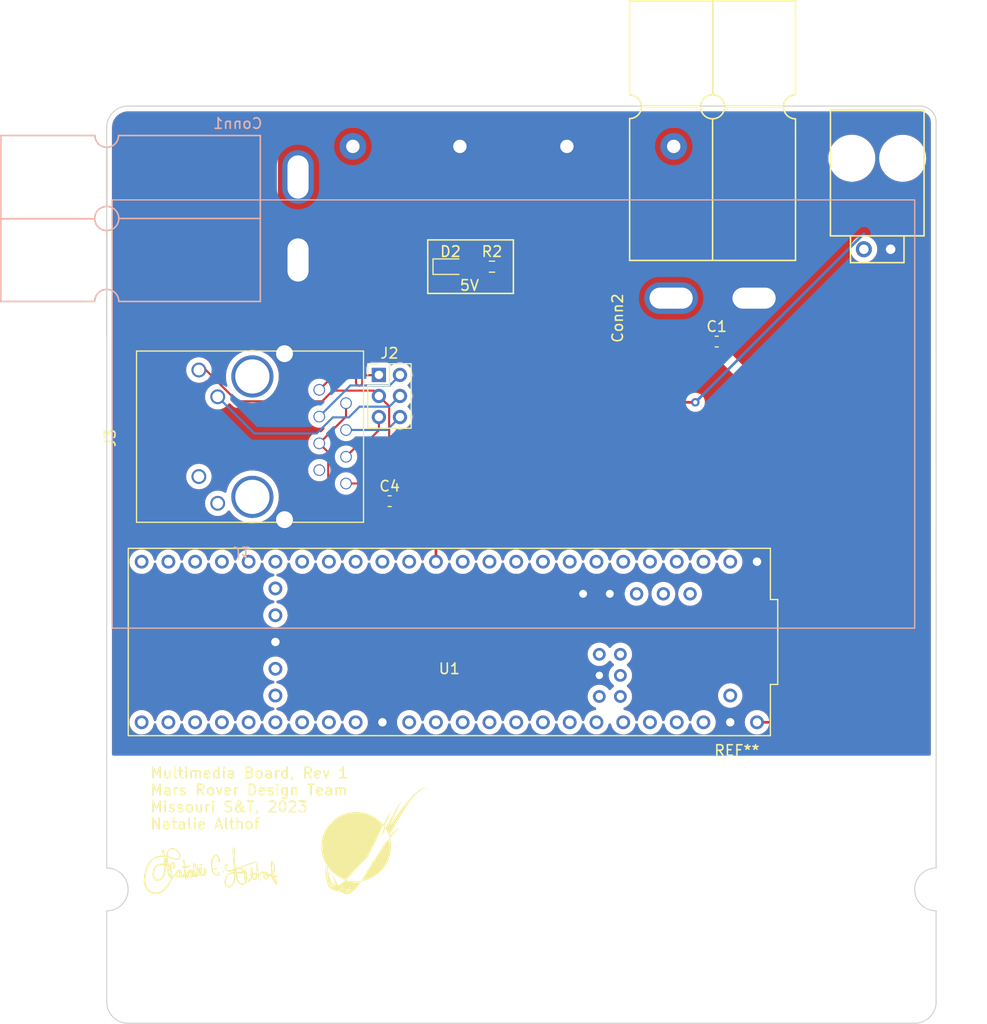
<source format=kicad_pcb>
(kicad_pcb (version 20211014) (generator pcbnew)
  (layers (0 "F.Cu" signal) (31 "B.Cu" signal) (34 "B.Paste" user) (35 "F.Paste" user) (36 "B.SilkS" user "B.Silkscreen") (37 "F.SilkS" user "F.Silkscreen") (38 "B.Mask" user) (39 "F.Mask" user) (44 "Edge.Cuts" user))
  (net 0 "")
  (net 1 "+5V")
  (net 2 "GND")
  (net 3 "+36V")
  (net 4 "Net-(C4-Pad1)")
  (net 5 "Net-(C4-Pad2)")
  (net 6 "Net-(D2-Pad2)")
  (net 7 "/Tx+")
  (net 8 "/Tx-")
  (net 9 "Net-(J2-Pad4)")
  (net 10 "/Rx-")
  (net 11 "/Rx+")
  (net 16 "NeoPixels")
  (footprint "Capacitor_SMD:C_0603_1608Metric_Pad1.08x0.95mm_HandSolder" (layer "F.Cu") (at 112.77413 61.803)
    (fp_text reference "C1" (at 0 -1.43) (layer "F.SilkS"))
    (fp_text value "10uF")
    (pad "1" smd roundrect (at -0.8625 0) (size 1.075 0.95) (layers "F.Cu" "F.Paste" "F.Mask") (net 1 "+5V"))
    (pad "2" smd roundrect (at 0.8625 0) (size 1.075 0.95) (layers "F.Cu" "F.Paste" "F.Mask") (net 2 "GND"))
  )
  (footprint "MRDT_Connectors:MOLEX_SL_02_Horizontal" (layer "F.Cu") (at 126.74413 53.04)
    (fp_text reference "NeoPixelConn1" hide)
    (fp_text value "Molex_SL_02")
    (pad "" np_thru_hole circle locked (at 3.683 -8.636) (size 3.45 3.45) (drill 3.45) (layers *.Cu *.Mask))
    (pad "" np_thru_hole circle locked (at -1.145 -8.64) (size 3.45 3.45) (drill 3.45) (layers *.Cu *.Mask))
    (pad "1" thru_hole circle locked (at 0 0) (size 1.524 1.524) (drill 0.9) (layers *.Cu *.Mask) (net 16 "NeoPixels"))
    (pad "2" thru_hole circle locked (at 2.54 0) (size 1.524 1.524) (drill 0.9) (layers *.Cu *.Mask) (net 2 "GND"))
  )
  (footprint "Capacitor_SMD:C_0603_1608Metric_Pad1.08x0.95mm_HandSolder" (layer "F.Cu") (at 81.72305 76.949)
    (fp_text reference "C4" (at 0 -1.43) (layer "F.SilkS"))
    (fp_text value "10uF")
    (pad "1" smd roundrect (at -0.8625 0) (size 1.075 0.95) (layers "F.Cu" "F.Paste" "F.Mask") (net 4 "Net-(C4-Pad1)"))
    (pad "2" smd roundrect (at 0.8625 0) (size 1.075 0.95) (layers "F.Cu" "F.Paste" "F.Mask") (net 5 "Net-(C4-Pad2)"))
  )
  (footprint "LED_SMD:LED_0603_1608Metric_Pad1.05x0.95mm_HandSolder" (layer "F.Cu") (at 87.50113 54.691)
    (fp_text reference "D2" (at 0 -1.43) (layer "F.SilkS"))
    (fp_text value "GREEN")
    (pad "1" smd roundrect (at -0.875 0) (size 1.05 0.95) (layers "F.Cu" "F.Paste" "F.Mask") (net 2 "GND"))
    (pad "2" smd roundrect (at 0.875 0) (size 1.05 0.95) (layers "F.Cu" "F.Paste" "F.Mask") (net 6 "Net-(D2-Pad2)"))
  )
  (footprint "Resistor_SMD:R_0603_1608Metric_Pad0.98x0.95mm_HandSolder" (layer "F.Cu") (at 91.43813 54.691)
    (fp_text reference "R2" (at 0 -1.43) (layer "F.SilkS"))
    (fp_text value "100")
    (pad "1" smd roundrect (at -0.9125 0) (size 0.975 0.95) (layers "F.Cu" "F.Paste" "F.Mask") (net 6 "Net-(D2-Pad2)"))
    (pad "2" smd roundrect (at 0.9125 0) (size 0.975 0.95) (layers "F.Cu" "F.Paste" "F.Mask") (net 1 "+5V"))
  )
  (footprint "MRDT_Silkscreens:0_MRDT_Logo_10mm" (layer "F.Cu") (at 80.264 109.22)
    (fp_text reference "G***" hide)
    (fp_text value "LOGO" hide)
  )
  (footprint "MRDT_Connectors:Square_Anderson_2_H_Side_By_Side_PV" (layer "F.Cu") (at 116.617854 57.803967 -90)
    (fp_text reference "Conn2" (at 1.77 13.25 90) (layer "F.SilkS"))
    (fp_text value "AndersonPP")
    (pad "1" thru_hole oval locked (at -0.1246 0.3 270) (size 3 5.1) (drill oval 2 4.1) (layers *.Cu *.Mask) (net 2 "GND"))
    (pad "4" thru_hole oval locked (at -0.1246 8.174 270) (size 3 5.1) (drill oval 2 4.1) (layers *.Cu *.Mask) (net 1 "+5V"))
  )
  (footprint "MRDT_Connectors:RJ45_Teensy" (layer "F.Cu") (at 55.692585 70.949197 -90)
    (fp_text reference "J3" (at 0 0.5 -270) (layer "F.SilkS"))
    (fp_text value "RJ45_LED_Shielded_Ethernet")
    (pad "1" thru_hole circle locked (at -4.57 -19.35 270) (size 1.1 1.1) (drill 0.9) (layers *.Cu *.Mask) (net 7 "/Tx+"))
    (pad "2" thru_hole circle locked (at -3.3 -21.89 270) (size 1.1 1.1) (drill 0.9) (layers *.Cu *.Mask) (net 5 "Net-(C4-Pad2)"))
    (pad "3" thru_hole circle locked (at -2.03 -19.35 270) (size 1.1 1.1) (drill 0.9) (layers *.Cu *.Mask) (net 8 "/Tx-"))
    (pad "4" thru_hole circle locked (at -0.76 -21.89 270) (size 1.1 1.1) (drill 0.9) (layers *.Cu *.Mask) (net 11 "/Rx+"))
    (pad "5" thru_hole circle locked (at 0.51 -19.35 270) (size 1.1 1.1) (drill 0.9) (layers *.Cu *.Mask) (net 5 "Net-(C4-Pad2)"))
    (pad "6" thru_hole circle locked (at 1.78 -21.89 270) (size 1.1 1.1) (drill 0.9) (layers *.Cu *.Mask) (net 10 "/Rx-"))
    (pad "7" thru_hole circle locked (at 3.05 -19.35 270) (size 1.1 1.1) (drill 0.9) (layers *.Cu *.Mask))
    (pad "8" thru_hole circle locked (at 4.32 -21.89 270) (size 1.1 1.1) (drill 0.9) (layers *.Cu *.Mask) (net 4 "Net-(C4-Pad1)"))
    (pad "9" thru_hole circle locked (at -6.45 -7.92 270) (size 1.4 1.4) (drill 1.02) (layers *.Cu *.Mask) (net 4 "Net-(C4-Pad1)"))
    (pad "10" thru_hole circle locked (at -3.91 -9.71 270) (size 1.4 1.4) (drill 1.02) (layers *.Cu *.Mask) (net 9 "Net-(J2-Pad4)"))
    (pad "11" thru_hole circle locked (at 3.66 -7.92 270) (size 1.4 1.4) (drill 1.02) (layers *.Cu *.Mask))
    (pad "12" thru_hole circle locked (at 6.2 -9.71 270) (size 1.4 1.4) (drill 1.02) (layers *.Cu *.Mask))
    (pad "13" thru_hole circle locked (at -5.84 -13 270) (size 4 4) (drill 3.25) (layers *.Cu *.Mask))
    (pad "14" thru_hole circle locked (at 5.59 -13 270) (size 4 4) (drill 3.25) (layers *.Cu *.Mask))
    (pad "SH" thru_hole circle locked (at 7.75 -16.05 270) (size 2 2) (drill 1.6) (layers *.Cu *.Mask) (net 2 "GND"))
    (pad "SH" thru_hole circle locked (at -8 -16.05 270) (size 2 2) (drill 1.6) (layers *.Cu *.Mask) (net 2 "GND"))
  )
  (footprint "Signature:z-sig-Natalie-Althof" (layer "F.Cu") (at 64.516 112.268 90)
    (fp_text reference "G***")
    (fp_text value "LOGO" hide)
  )
  (footprint "Connector_PinHeader_2.00mm:PinHeader_2x03_P2.00mm_Vertical" (layer "F.Cu") (at 80.704059 64.962801)
    (fp_text reference "J2" (at 1 -2.06) (layer "F.SilkS"))
    (fp_text value "Conn_02x03_Counter_Clockwise")
    (pad "1" thru_hole rect (at 0 0) (size 1.35 1.35) (drill 0.8) (layers *.Cu *.Mask) (net 7 "/Tx+"))
    (pad "2" thru_hole oval (at 2 0) (size 1.35 1.35) (drill 0.8) (layers *.Cu *.Mask) (net 8 "/Tx-"))
    (pad "3" thru_hole oval (at 0 2) (size 1.35 1.35) (drill 0.8) (layers *.Cu *.Mask) (net 4 "Net-(C4-Pad1)"))
    (pad "4" thru_hole oval (at 2 2) (size 1.35 1.35) (drill 0.8) (layers *.Cu *.Mask) (net 9 "Net-(J2-Pad4)"))
    (pad "5" thru_hole oval (at 0 4) (size 1.35 1.35) (drill 0.8) (layers *.Cu *.Mask) (net 10 "/Rx-"))
    (pad "6" thru_hole oval (at 2 4) (size 1.35 1.35) (drill 0.8) (layers *.Cu *.Mask) (net 11 "/Rx+"))
  )
  (footprint "MRDT_Shields:Teensy_4_1_Vertical" (layer "F.Cu") (at 138.1885 125.8695 180)
    (fp_text reference "U1" (at 50.8 33.02) (layer "F.SilkS"))
    (fp_text value "Teensy4.1_DEV-16771")
    (fp_text user "REF**" (at 23.495 25.265) (layer "F.SilkS"))
    (pad "0" thru_hole circle (at 24.13 43.18 180) (size 1.308 1.308) (drill 0.8) (layers *.Cu *.Mask))
    (pad "1" thru_hole circle (at 26.67 43.18 180) (size 1.308 1.308) (drill 0.8) (layers *.Cu *.Mask))
    (pad "2" thru_hole circle (at 29.21 43.18 180) (size 1.308 1.308) (drill 0.8) (layers *.Cu *.Mask))
    (pad "3" thru_hole circle (at 31.75 43.18 180) (size 1.308 1.308) (drill 0.8) (layers *.Cu *.Mask))
    (pad "3.3V_1" thru_hole circle (at 57.15 43.18 180) (size 1.308 1.308) (drill 0.8) (layers *.Cu *.Mask))
    (pad "3.3V_2" thru_hole circle (at 26.67 27.94 180) (size 1.308 1.308) (drill 0.8) (layers *.Cu *.Mask))
    (pad "3.3V_3" thru_hole circle (at 67.31 38.1 180) (size 1.308 1.308) (drill 0.8) (layers *.Cu *.Mask))
    (pad "4" thru_hole circle (at 34.29 43.18 180) (size 1.308 1.308) (drill 0.8) (layers *.Cu *.Mask))
    (pad "5" thru_hole circle (at 36.83 43.18 180) (size 1.308 1.308) (drill 0.8) (layers *.Cu *.Mask))
    (pad "5V" thru_hole circle (at 27.94 40.13 180) (size 1.258 1.258) (drill 0.75) (layers *.Cu *.Mask))
    (pad "6" thru_hole circle (at 39.37 43.18 180) (size 1.308 1.308) (drill 0.8) (layers *.Cu *.Mask))
    (pad "7" thru_hole circle (at 41.91 43.18 180) (size 1.308 1.308) (drill 0.8) (layers *.Cu *.Mask))
    (pad "8" thru_hole circle (at 44.45 43.18 180) (size 1.308 1.308) (drill 0.8) (layers *.Cu *.Mask))
    (pad "9" thru_hole circle (at 46.99 43.18 180) (size 1.308 1.308) (drill 0.8) (layers *.Cu *.Mask))
    (pad "10" thru_hole circle (at 49.53 43.18 180) (size 1.308 1.308) (drill 0.8) (layers *.Cu *.Mask))
    (pad "11" thru_hole circle (at 52.07 43.18 180) (size 1.308 1.308) (drill 0.8) (layers *.Cu *.Mask) (net 16 "NeoPixels"))
    (pad "12" thru_hole circle (at 54.61 43.18 180) (size 1.308 1.308) (drill 0.8) (layers *.Cu *.Mask))
    (pad "13" thru_hole circle (at 54.61 27.94 180) (size 1.308 1.308) (drill 0.8) (layers *.Cu *.Mask))
    (pad "14" thru_hole circle (at 52.07 27.94 180) (size 1.308 1.308) (drill 0.8) (layers *.Cu *.Mask))
    (pad "15" thru_hole circle (at 49.53 27.94 180) (size 1.308 1.308) (drill 0.8) (layers *.Cu *.Mask))
    (pad "16" thru_hole circle (at 46.99 27.94 180) (size 1.308 1.308) (drill 0.8) (layers *.Cu *.Mask))
    (pad "17" thru_hole circle (at 44.45 27.94 180) (size 1.308 1.308) (drill 0.8) (layers *.Cu *.Mask))
    (pad "18" thru_hole circle (at 41.91 27.94 180) (size 1.308 1.308) (drill 0.8) (layers *.Cu *.Mask))
    (pad "19" thru_hole circle (at 39.37 27.94 180) (size 1.308 1.308) (drill 0.8) (layers *.Cu *.Mask))
    (pad "20" thru_hole circle (at 36.83 27.94 180) (size 1.308 1.308) (drill 0.8) (layers *.Cu *.Mask))
    (pad "21" thru_hole circle (at 34.29 27.94 180) (size 1.308 1.308) (drill 0.8) (layers *.Cu *.Mask))
    (pad "22" thru_hole circle (at 31.75 27.94 180) (size 1.308 1.308) (drill 0.8) (layers *.Cu *.Mask))
    (pad "23" thru_hole circle (at 29.21 27.94 180) (size 1.308 1.308) (drill 0.8) (layers *.Cu *.Mask))
    (pad "24" thru_hole circle (at 59.69 43.18 180) (size 1.308 1.308) (drill 0.8) (layers *.Cu *.Mask))
    (pad "25" thru_hole circle (at 62.23 43.18 180) (size 1.308 1.308) (drill 0.8) (layers *.Cu *.Mask))
    (pad "26" thru_hole circle (at 64.77 43.18 180) (size 1.308 1.308) (drill 0.8) (layers *.Cu *.Mask))
    (pad "27" thru_hole circle (at 67.31 43.18 180) (size 1.308 1.308) (drill 0.8) (layers *.Cu *.Mask))
    (pad "28" thru_hole circle (at 69.85 43.18 180) (size 1.308 1.308) (drill 0.8) (layers *.Cu *.Mask))
    (pad "29" thru_hole circle (at 72.39 43.18 180) (size 1.308 1.308) (drill 0.8) (layers *.Cu *.Mask))
    (pad "30" thru_hole circle (at 74.93 43.18 180) (size 1.308 1.308) (drill 0.8) (layers *.Cu *.Mask))
    (pad "31" thru_hole circle (at 77.47 43.18 180) (size 1.308 1.308) (drill 0.8) (layers *.Cu *.Mask))
    (pad "32" thru_hole circle (at 80.01 43.18 180) (size 1.308 1.308) (drill 0.8) (layers *.Cu *.Mask))
    (pad "33" thru_hole circle (at 80.01 27.94 180) (size 1.308 1.308) (drill 0.8) (layers *.Cu *.Mask))
    (pad "34" thru_hole circle (at 77.47 27.94 180) (size 1.308 1.308) (drill 0.8) (layers *.Cu *.Mask))
    (pad "35" thru_hole circle (at 74.93 27.94 180) (size 1.308 1.308) (drill 0.8) (layers *.Cu *.Mask))
    (pad "36" thru_hole circle (at 72.39 27.94 180) (size 1.308 1.308) (drill 0.8) (layers *.Cu *.Mask))
    (pad "37" thru_hole circle (at 69.85 27.94 180) (size 1.308 1.308) (drill 0.8) (layers *.Cu *.Mask))
    (pad "38" thru_hole circle (at 67.31 27.94 180) (size 1.308 1.308) (drill 0.8) (layers *.Cu *.Mask))
    (pad "39" thru_hole circle (at 64.77 27.94 180) (size 1.308 1.308) (drill 0.8) (layers *.Cu *.Mask))
    (pad "40" thru_hole circle (at 62.23 27.94 180) (size 1.308 1.308) (drill 0.8) (layers *.Cu *.Mask))
    (pad "41" thru_hole circle (at 59.69 27.94 180) (size 1.308 1.308) (drill 0.8) (layers *.Cu *.Mask))
    (pad "D+" thru_hole circle (at 33.02 40.13) (size 1.258 1.258) (drill 0.75) (layers *.Cu *.Mask))
    (pad "D-" thru_hole circle (at 30.48 40.13 180) (size 1.258 1.258) (drill 0.75) (layers *.Cu *.Mask))
    (pad "GND1" thru_hole circle (at 21.59 43.18 180) (size 1.308 1.308) (drill 0.8) (layers *.Cu *.Mask) (net 2 "GND"))
    (pad "GND2" thru_hole circle (at 57.15 27.94 180) (size 1.308 1.308) (drill 0.8) (layers *.Cu *.Mask) (net 2 "GND"))
    (pad "GND3" thru_hole circle (at 24.13 27.94 180) (size 1.308 1.308) (drill 0.8) (layers *.Cu *.Mask) (net 2 "GND"))
    (pad "GND4" thru_hole circle (at 67.31 35.56 180) (size 1.308 1.308) (drill 0.8) (layers *.Cu *.Mask) (net 2 "GND"))
    (pad "GND5" thru_hole circle (at 36.56 32.39 180) (size 1.208 1.208) (drill 0.7) (layers *.Cu *.Mask) (net 2 "GND"))
    (pad "LED" thru_hole circle (at 34.56 32.39 180) (size 1.208 1.208) (drill 0.7) (layers *.Cu *.Mask))
    (pad "ON/OFF" thru_hole circle (at 67.31 30.48 180) (size 1.308 1.308) (drill 0.8) (layers *.Cu *.Mask))
    (pad "PROGRAM" thru_hole circle (at 67.31 33.02 180) (size 1.308 1.308) (drill 0.8) (layers *.Cu *.Mask))
    (pad "R+" thru_hole circle (at 34.56 30.39 180) (size 1.208 1.208) (drill 0.7) (layers *.Cu *.Mask))
    (pad "R-" thru_hole circle (at 36.56 30.39 180) (size 1.208 1.208) (drill 0.7) (layers *.Cu *.Mask))
    (pad "T+" thru_hole circle (at 36.56 34.39 180) (size 1.208 1.208) (drill 0.7) (layers *.Cu *.Mask))
    (pad "T-" thru_hole circle (at 34.56 34.39 90) (size 1.208 1.208) (drill 0.7) (layers *.Cu *.Mask))
    (pad "USB_GND1" thru_hole circle (at 35.56 40.13) (size 1.258 1.258) (drill 0.75) (layers *.Cu *.Mask) (net 2 "GND"))
    (pad "USB_GND2" thru_hole circle (at 38.1 40.13 180) (size 1.258 1.258) (drill 0.75) (layers *.Cu *.Mask) (net 2 "GND"))
    (pad "VBAT" thru_hole circle (at 67.31 40.64 180) (size 1.308 1.308) (drill 0.8) (layers *.Cu *.Mask))
    (pad "VIN" thru_hole circle (at 21.59 27.94 180) (size 1.308 1.308) (drill 0.8) (layers *.Cu *.Mask) (net 1 "+5V"))
    (pad "VUSB" thru_hole circle (at 24.13 30.48 180) (size 1.308 1.308) (drill 0.8) (layers *.Cu *.Mask))
  )
  (footprint "MultimediaBoard2023:5V 8A Buck Converter" (layer "B.Cu") (at 68.072 78.837)
    (fp_text reference "J1" (at -0.382169 2.946801 180 unlocked) (layer "B.SilkS") (effects (justify mirror)))
    (fp_text value "5V 8A Buck Converter")
    (pad "1" thru_hole circle (at 10.16 -35.56) (size 2.54 2.54) (drill 1.27) (layers *.Cu *.Mask) (net 3 "+36V"))
    (pad "2" thru_hole circle (at 20.32 -35.56) (size 2.54 2.54) (drill 1.27) (layers *.Cu *.Mask) (net 2 "GND"))
    (pad "3" thru_hole circle (at 30.48 -35.56) (size 2.54 2.54) (drill 1.27) (layers *.Cu *.Mask) (net 2 "GND"))
    (pad "4" thru_hole circle (at 40.619999 -35.56) (size 2.54 2.54) (drill 1.27) (layers *.Cu *.Mask) (net 1 "+5V"))
  )
  (footprint "MRDT_Connectors:Square_Anderson_2_H_Side_By_Side_PV" (layer "B.Cu") (at 73.152 54.356)
    (fp_text reference "Conn1" (at -5.85 -13.25) (layer "B.SilkS") (effects (justify mirror)))
    (fp_text value "AndersonPP")
    (pad "1" thru_hole oval locked (at -0.1246 -0.3) (size 3 5.1) (drill oval 2 4.1) (layers *.Cu *.Mask) (net 2 "GND"))
    (pad "4" thru_hole oval locked (at -0.1246 -8.174) (size 3 5.1) (drill oval 2 4.1) (layers *.Cu *.Mask) (net 3 "+36V"))
  )
  (gr_line (start 85.34213 52.151) (end 85.34213 57.231) (layer "F.SilkS") (width 0.15))
  (gr_line (start 93.47013 52.151) (end 93.47013 57.231) (layer "F.SilkS") (width 0.15))
  (gr_line (start 85.34213 57.231) (end 93.47013 57.231) (layer "F.SilkS") (width 0.15))
  (gr_line (start 85.34213 52.151) (end 93.47013 52.151) (layer "F.SilkS") (width 0.15))
  (gr_line (start 130.556 126.492) (end 131.572 126.492) (layer "Edge.Cuts") (width 0.1))
  (gr_arc (start 133.604 115.824) (mid 131.572 113.792) (end 133.604 111.76) (layer "Edge.Cuts") (width 0.1))
  (gr_arc (start 54.86213 41.483) (mid 55.457289 40.046159) (end 56.89413 39.451) (layer "Edge.Cuts") (width 0.1))
  (gr_arc (start 56.896 126.492) (mid 55.459159 125.896841) (end 54.864 124.46) (layer "Edge.Cuts") (width 0.1))
  (gr_arc (start 133.604 124.46) (mid 133.008841 125.896841) (end 131.572 126.492) (layer "Edge.Cuts") (width 0.1))
  (gr_line (start 133.60213 40.975) (end 133.604 101.092) (layer "Edge.Cuts") (width 0.1))
  (gr_arc (start 132.07813 39.451) (mid 133.155761 39.897369) (end 133.60213 40.975) (layer "Edge.Cuts") (width 0.1))
  (gr_line (start 54.864 111.76) (end 54.864 52.324) (layer "Edge.Cuts") (width 0.1))
  (gr_line (start 133.604 116.332) (end 133.604 115.824) (layer "Edge.Cuts") (width 0.1))
  (gr_arc (start 54.864 111.76) (mid 56.896 113.792) (end 54.864 115.824) (layer "Edge.Cuts") (width 0.1))
  (gr_line (start 54.864 124.46) (end 54.864 115.824) (layer "Edge.Cuts") (width 0.1))
  (gr_line (start 133.604 116.332) (end 133.604 124.46) (layer "Edge.Cuts") (width 0.1))
  (gr_line (start 131.57013 39.451) (end 132.07813 39.451) (layer "Edge.Cuts") (width 0.1))
  (gr_line (start 133.604 101.092) (end 133.604 111.252) (layer "Edge.Cuts") (width 0.1))
  (gr_line (start 56.896 126.492) (end 130.556 126.492) (layer "Edge.Cuts") (width 0.1))
  (gr_line (start 133.604 111.252) (end 133.604 111.76) (layer "Edge.Cuts") (width 0.1))
  (gr_line (start 56.89413 39.451) (end 131.57013 39.451) (layer "Edge.Cuts") (width 0.1))
  (gr_line (start 54.86213 41.483) (end 54.86213 61.295) (layer "Edge.Cuts") (width 0.1))
  (gr_text "5V" (at 89.299246 56.469) (layer "F.SilkS") (effects (font (size 1 1))))
  (gr_text "Multimedia Board, Rev 1\nMars Rover Design Team\nMissouri S&T, 2023\nNatalie Althof" (at 58.928 105.156) (layer "F.SilkS") (effects (font (size 1 1)) (justify left)))
  (segment (start 112.300806 61.803) (end 111.91163 61.803) (width 0.254) (layer "F.Cu") (net 1))
  (segment (start 111.91163 62.63563) (end 122.936 73.66) (width 0.254) (layer "F.Cu") (net 1))
  (segment (start 111.91163 61.803) (end 111.91163 62.63563) (width 0.254) (layer "F.Cu") (net 1))
  (segment (start 111.91163 61.4485) (end 110.74213 60.279) (width 0.254) (layer "F.Cu") (net 1))
  (segment (start 111.91163 61.803) (end 111.91163 61.4485) (width 0.254) (layer "F.Cu") (net 1))
  (segment (start 122.936 73.66) (end 122.936 93.472) (width 0.254) (layer "F.Cu") (net 1))
  (segment (start 118.4785 97.9295) (end 122.936 93.472) (width 0.254) (layer "F.Cu") (net 1))
  (segment (start 92.35063 54.691) (end 103.63013 54.691) (width 0.254) (layer "F.Cu") (net 1))
  (segment (start 116.5985 97.9295) (end 118.4785 97.9295) (width 0.254) (layer "F.Cu") (net 1))
  (segment (start 77.582585 75.269197) (end 79.180747 75.269197) (width 0.2) (layer "F.Cu") (net 4))
  (segment (start 64.276799 64.499197) (end 67.248403 67.470801) (width 0.2) (layer "F.Cu") (net 4))
  (segment (start 81.679059 67.937801) (end 81.679059 76.130491) (width 0.2) (layer "F.Cu") (net 4))
  (segment (start 76.325831 66.454801) (end 80.196059 66.454801) (width 0.2) (layer "F.Cu") (net 4))
  (segment (start 81.679059 76.130491) (end 80.86055 76.949) (width 0.2) (layer "F.Cu") (net 4))
  (segment (start 63.612585 64.499197) (end 64.276799 64.499197) (width 0.2) (layer "F.Cu") (net 4))
  (segment (start 67.248403 67.470801) (end 75.309831 67.470801) (width 0.2) (layer "F.Cu") (net 4))
  (segment (start 80.704059 66.962801) (end 81.679059 67.937801) (width 0.2) (layer "F.Cu") (net 4))
  (segment (start 80.196059 66.454801) (end 80.704059 66.962801) (width 0.2) (layer "F.Cu") (net 4))
  (segment (start 75.309831 67.470801) (end 76.325831 66.454801) (width 0.2) (layer "F.Cu") (net 4))
  (segment (start 79.180747 75.269197) (end 80.86055 76.949) (width 0.2) (layer "F.Cu") (net 4))
  (segment (start 77.582585 68.919197) (end 77.582585 67.649197) (width 0.2) (layer "F.Cu") (net 5))
  (segment (start 77.960633 77.724) (end 75.892585 75.655952) (width 0.2) (layer "F.Cu") (net 5))
  (segment (start 81.81055 77.724) (end 77.960633 77.724) (width 0.2) (layer "F.Cu") (net 5))
  (segment (start 82.58555 76.949) (end 81.81055 77.724) (width 0.2) (layer "F.Cu") (net 5))
  (segment (start 75.892585 75.655952) (end 75.892585 72.309197) (width 0.2) (layer "F.Cu") (net 5))
  (segment (start 75.042585 71.459197) (end 77.582585 68.919197) (width 0.2) (layer "F.Cu") (net 5))
  (segment (start 75.892585 72.309197) (end 75.042585 71.459197) (width 0.2) (layer "F.Cu") (net 5))
  (segment (start 88.37613 54.691) (end 90.52563 54.691) (width 0.254) (layer "F.Cu") (net 6))
  (segment (start 77.932 64.28897) (end 77.932 64.68897) (width 0.2) (layer "F.Cu") (net 7))
  (segment (start 78.532 65.68897) (end 78.532 65.28897) (width 0.2) (layer "F.Cu") (net 7))
  (segment (start 80.704059 64.98897) (end 79.432 64.98897) (width 0.2) (layer "F.Cu") (net 7))
  (segment (start 77.289426 64.98897) (end 76.432812 64.98897) (width 0.2) (layer "F.Cu") (net 7))
  (segment (start 79.132 65.28897) (end 79.132 65.68897) (width 0.2) (layer "F.Cu") (net 7))
  (segment (start 75.042585 66.379197) (end 75.024981 66.379197) (width 0.2) (layer "F.Cu") (net 7))
  (segment (start 78.532 65.28897) (end 78.532 64.28897) (width 0.2) (layer "F.Cu") (net 7))
  (segment (start 76.432812 64.98897) (end 75.042585 66.379197) (width 0.2) (layer "F.Cu") (net 7))
  (segment (start 77.632 64.98897) (end 77.289426 64.98897) (width 0.2) (layer "F.Cu") (net 7))
  (arc (start 78.232 63.98897) (mid 78.019868 64.076838) (end 77.932 64.28897) (width 0.2) (layer "F.Cu") (net 7))
  (arc (start 77.932 64.68897) (mid 77.844132 64.901102) (end 77.632 64.98897) (width 0.2) (layer "F.Cu") (net 7))
  (arc (start 78.532 64.28897) (mid 78.444132 64.076838) (end 78.232 63.98897) (width 0.2) (layer "F.Cu") (net 7))
  (arc (start 79.432 64.98897) (mid 79.219868 65.076838) (end 79.132 65.28897) (width 0.2) (layer "F.Cu") (net 7))
  (arc (start 78.832 65.98897) (mid 78.619868 65.901102) (end 78.532 65.68897) (width 0.2) (layer "F.Cu") (net 7))
  (arc (start 79.132 65.68897) (mid 79.044132 65.901102) (end 78.832 65.98897) (width 0.2) (layer "F.Cu") (net 7))
  (segment (start 77.997812 65.96397) (end 75.042585 68.919197) (width 0.2) (layer "B.Cu") (net 8))
  (segment (start 82.704059 64.98897) (end 81.729059 65.96397) (width 0.2) (layer "B.Cu") (net 8))
  (segment (start 81.729059 65.96397) (end 77.997812 65.96397) (width 0.2) (layer "B.Cu") (net 8))
  (segment (start 77.849831 68.994801) (end 76.325831 68.994801) (width 0.2) (layer "B.Cu") (net 9))
  (segment (start 68.882189 70.518801) (end 65.402585 67.039197) (width 0.2) (layer "B.Cu") (net 9))
  (segment (start 74.801831 70.518801) (end 68.882189 70.518801) (width 0.2) (layer "B.Cu") (net 9))
  (segment (start 82.704059 66.962801) (end 81.688059 67.978801) (width 0.2) (layer "B.Cu") (net 9))
  (segment (start 78.865831 67.978801) (end 77.849831 68.994801) (width 0.2) (layer "B.Cu") (net 9))
  (segment (start 76.325831 68.994801) (end 74.801831 70.518801) (width 0.2) (layer "B.Cu") (net 9))
  (segment (start 81.688059 67.978801) (end 78.865831 67.978801) (width 0.2) (layer "B.Cu") (net 9))
  (segment (start 80.704059 68.962801) (end 80.704059 70.204573) (width 0.2) (layer "F.Cu") (net 10))
  (segment (start 79.881831 71.026801) (end 79.284981 71.026801) (width 0.2) (layer "F.Cu") (net 10))
  (segment (start 80.704059 70.204573) (end 79.881831 71.026801) (width 0.2) (layer "F.Cu") (net 10))
  (segment (start 79.284981 71.026801) (end 77.582585 72.729197) (width 0.2) (layer "F.Cu") (net 10))
  (segment (start 82.704059 68.962801) (end 81.477663 70.189197) (width 0.2) (layer "B.Cu") (net 11))
  (segment (start 81.477663 70.189197) (end 77.582585 70.189197) (width 0.2) (layer "B.Cu") (net 11))
  (segment (start 86.1185 82.6895) (end 86.1185 74.4095) (width 0.254) (layer "F.Cu") (net 16))
  (segment (start 86.1185 74.4095) (end 92.964 67.564) (width 0.254) (layer "F.Cu") (net 16))
  (segment (start 110.744 67.564) (end 92.964 67.564) (width 0.254) (layer "F.Cu") (net 16))
  (via (at 110.744 67.564) (size 0.8) (drill 0.4) (layers "F.Cu" "B.Cu") (net 16))
  (segment (start 126.746 51.562) (end 110.744 67.564) (width 0.254) (layer "B.Cu") (net 16))
  (zone (net 1) (net_name "+5V") (layer "F.Cu") (priority 1) (connect_pads yes (clearance 0.508)) (min_thickness 0.254) (fill yes (thermal_gap 0.508) (thermal_bridge_width 0.508))
    (polygon (pts (xy 112.77413 60.533) (xy 103.12213 60.533) (xy 103.12213 41.483) (xy 112.77413 41.483)))
  )
  (zone (net 2) (net_name "GND") (layer "F.Cu") (connect_pads yes (clearance 0.508)) (min_thickness 0.254) (fill yes (thermal_gap 0.508) (thermal_bridge_width 0.508))
    (polygon (pts (xy 133.604 101.092) (xy 54.864 101.092) (xy 54.864 39.116) (xy 133.604 39.116)))
  )
  (zone (net 3) (net_name "+36V") (layer "F.Cu") (priority 1) (connect_pads yes (clearance 0.508)) (min_thickness 0.254) (fill yes (thermal_gap 0.508) (thermal_bridge_width 0.508))
    (polygon (pts (xy 85.34213 50.627) (xy 71.11813 50.627) (xy 71.11813 41.483) (xy 85.34213 41.483)))
  )
  (zone (net 2) (net_name "GND") (layer "B.Cu") (connect_pads yes (clearance 0.508)) (min_thickness 0.254) (fill yes (thermal_gap 0.508) (thermal_bridge_width 0.508))
    (polygon (pts (xy 133.604 101.092) (xy 54.864 101.092) (xy 54.864 39.116) (xy 133.604 39.116)))
  )
)
</source>
